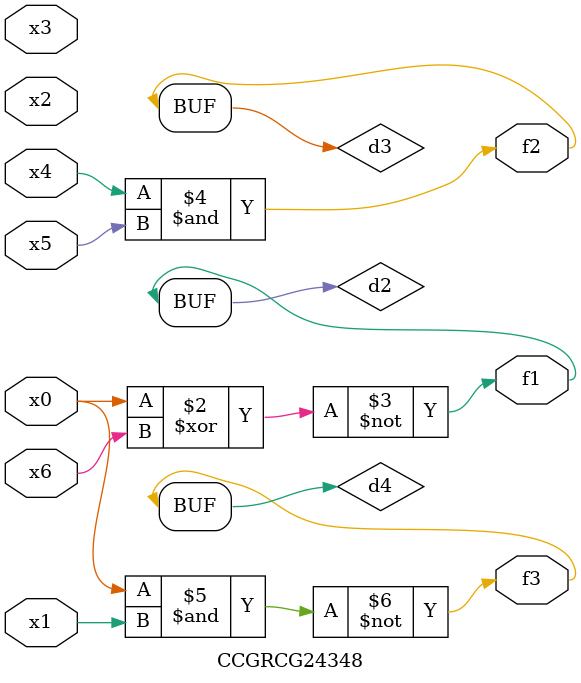
<source format=v>
module CCGRCG24348(
	input x0, x1, x2, x3, x4, x5, x6,
	output f1, f2, f3
);

	wire d1, d2, d3, d4;

	nor (d1, x0);
	xnor (d2, x0, x6);
	and (d3, x4, x5);
	nand (d4, x0, x1);
	assign f1 = d2;
	assign f2 = d3;
	assign f3 = d4;
endmodule

</source>
